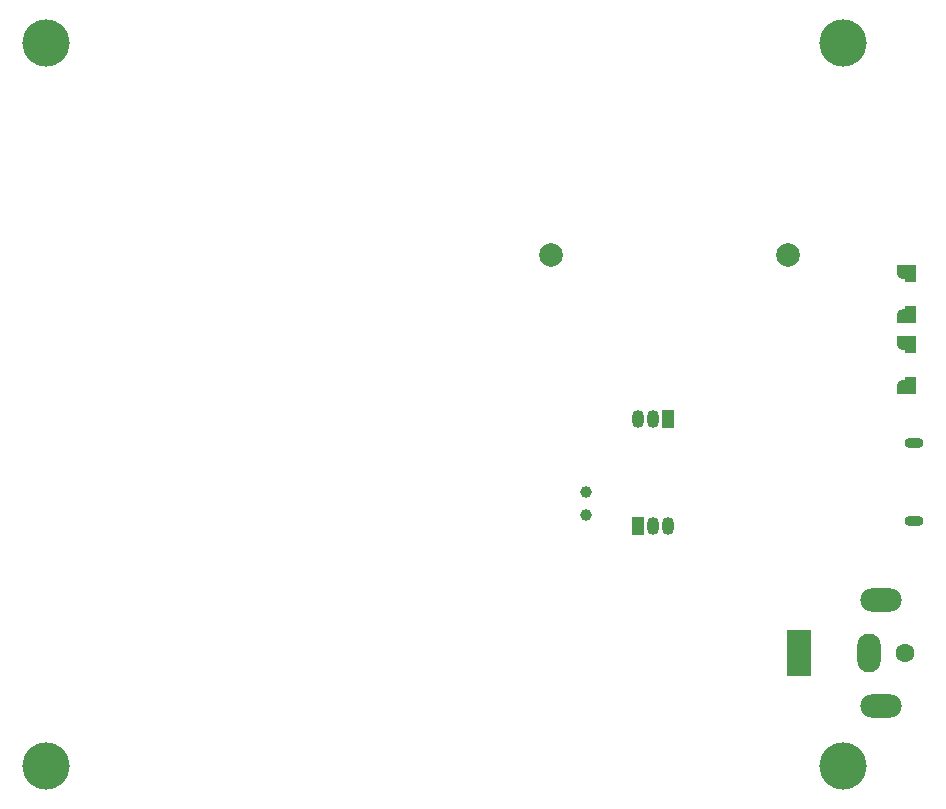
<source format=gbr>
%TF.GenerationSoftware,KiCad,Pcbnew,9.0.3*%
%TF.CreationDate,2025-08-19T04:28:39+03:00*%
%TF.ProjectId,esp,6573702e-6b69-4636-9164-5f7063625858,rev?*%
%TF.SameCoordinates,Original*%
%TF.FileFunction,Soldermask,Bot*%
%TF.FilePolarity,Negative*%
%FSLAX46Y46*%
G04 Gerber Fmt 4.6, Leading zero omitted, Abs format (unit mm)*
G04 Created by KiCad (PCBNEW 9.0.3) date 2025-08-19 04:28:39*
%MOMM*%
%LPD*%
G01*
G04 APERTURE LIST*
%ADD10C,0.010000*%
%ADD11C,1.000000*%
%ADD12R,1.050000X1.500000*%
%ADD13O,1.050000X1.500000*%
%ADD14O,1.600000X0.900000*%
%ADD15C,2.000000*%
%ADD16C,4.000000*%
%ADD17C,1.600000*%
%ADD18R,2.000000X4.000000*%
%ADD19O,2.000000X3.300000*%
%ADD20O,3.500000X2.000000*%
G04 APERTURE END LIST*
D10*
%TO.C,S1*%
X118087500Y-66700000D02*
X117237500Y-66700000D01*
X117237500Y-66425000D01*
X117037500Y-66425000D01*
X117011500Y-66424000D01*
X116985500Y-66422000D01*
X116959500Y-66419000D01*
X116933500Y-66414000D01*
X116908500Y-66408000D01*
X116882500Y-66401000D01*
X116858500Y-66392000D01*
X116834500Y-66382000D01*
X116810500Y-66371000D01*
X116787500Y-66358000D01*
X116765500Y-66344000D01*
X116743500Y-66330000D01*
X116722500Y-66314000D01*
X116702500Y-66297000D01*
X116683500Y-66279000D01*
X116665500Y-66260000D01*
X116648500Y-66240000D01*
X116632500Y-66219000D01*
X116618500Y-66197000D01*
X116604500Y-66175000D01*
X116591500Y-66152000D01*
X116580500Y-66128000D01*
X116570500Y-66104000D01*
X116561500Y-66080000D01*
X116554500Y-66054000D01*
X116548500Y-66029000D01*
X116543500Y-66003000D01*
X116540500Y-65977000D01*
X116538500Y-65951000D01*
X116537500Y-65925000D01*
X116537500Y-65350000D01*
X118087500Y-65350000D01*
X118087500Y-66700000D01*
G36*
X118087500Y-66700000D02*
G01*
X117237500Y-66700000D01*
X117237500Y-66425000D01*
X117037500Y-66425000D01*
X117011500Y-66424000D01*
X116985500Y-66422000D01*
X116959500Y-66419000D01*
X116933500Y-66414000D01*
X116908500Y-66408000D01*
X116882500Y-66401000D01*
X116858500Y-66392000D01*
X116834500Y-66382000D01*
X116810500Y-66371000D01*
X116787500Y-66358000D01*
X116765500Y-66344000D01*
X116743500Y-66330000D01*
X116722500Y-66314000D01*
X116702500Y-66297000D01*
X116683500Y-66279000D01*
X116665500Y-66260000D01*
X116648500Y-66240000D01*
X116632500Y-66219000D01*
X116618500Y-66197000D01*
X116604500Y-66175000D01*
X116591500Y-66152000D01*
X116580500Y-66128000D01*
X116570500Y-66104000D01*
X116561500Y-66080000D01*
X116554500Y-66054000D01*
X116548500Y-66029000D01*
X116543500Y-66003000D01*
X116540500Y-65977000D01*
X116538500Y-65951000D01*
X116537500Y-65925000D01*
X116537500Y-65350000D01*
X118087500Y-65350000D01*
X118087500Y-66700000D01*
G37*
X118087500Y-70150000D02*
X116537500Y-70150000D01*
X116537500Y-69575000D01*
X116538500Y-69549000D01*
X116540500Y-69523000D01*
X116543500Y-69497000D01*
X116548500Y-69471000D01*
X116554500Y-69446000D01*
X116561500Y-69420000D01*
X116570500Y-69396000D01*
X116580500Y-69372000D01*
X116591500Y-69348000D01*
X116604500Y-69325000D01*
X116618500Y-69303000D01*
X116632500Y-69281000D01*
X116648500Y-69260000D01*
X116665500Y-69240000D01*
X116683500Y-69221000D01*
X116702500Y-69203000D01*
X116722500Y-69186000D01*
X116743500Y-69170000D01*
X116765500Y-69156000D01*
X116787500Y-69142000D01*
X116810500Y-69129000D01*
X116834500Y-69118000D01*
X116858500Y-69108000D01*
X116882500Y-69099000D01*
X116908500Y-69092000D01*
X116933500Y-69086000D01*
X116959500Y-69081000D01*
X116985500Y-69078000D01*
X117011500Y-69076000D01*
X117037500Y-69075000D01*
X117237500Y-69075000D01*
X117237500Y-68800000D01*
X118087500Y-68800000D01*
X118087500Y-70150000D01*
G36*
X118087500Y-70150000D02*
G01*
X116537500Y-70150000D01*
X116537500Y-69575000D01*
X116538500Y-69549000D01*
X116540500Y-69523000D01*
X116543500Y-69497000D01*
X116548500Y-69471000D01*
X116554500Y-69446000D01*
X116561500Y-69420000D01*
X116570500Y-69396000D01*
X116580500Y-69372000D01*
X116591500Y-69348000D01*
X116604500Y-69325000D01*
X116618500Y-69303000D01*
X116632500Y-69281000D01*
X116648500Y-69260000D01*
X116665500Y-69240000D01*
X116683500Y-69221000D01*
X116702500Y-69203000D01*
X116722500Y-69186000D01*
X116743500Y-69170000D01*
X116765500Y-69156000D01*
X116787500Y-69142000D01*
X116810500Y-69129000D01*
X116834500Y-69118000D01*
X116858500Y-69108000D01*
X116882500Y-69099000D01*
X116908500Y-69092000D01*
X116933500Y-69086000D01*
X116959500Y-69081000D01*
X116985500Y-69078000D01*
X117011500Y-69076000D01*
X117037500Y-69075000D01*
X117237500Y-69075000D01*
X117237500Y-68800000D01*
X118087500Y-68800000D01*
X118087500Y-70150000D01*
G37*
%TO.C,S2*%
X118087500Y-60700000D02*
X117237500Y-60700000D01*
X117237500Y-60425000D01*
X117037500Y-60425000D01*
X117011500Y-60424000D01*
X116985500Y-60422000D01*
X116959500Y-60419000D01*
X116933500Y-60414000D01*
X116908500Y-60408000D01*
X116882500Y-60401000D01*
X116858500Y-60392000D01*
X116834500Y-60382000D01*
X116810500Y-60371000D01*
X116787500Y-60358000D01*
X116765500Y-60344000D01*
X116743500Y-60330000D01*
X116722500Y-60314000D01*
X116702500Y-60297000D01*
X116683500Y-60279000D01*
X116665500Y-60260000D01*
X116648500Y-60240000D01*
X116632500Y-60219000D01*
X116618500Y-60197000D01*
X116604500Y-60175000D01*
X116591500Y-60152000D01*
X116580500Y-60128000D01*
X116570500Y-60104000D01*
X116561500Y-60080000D01*
X116554500Y-60054000D01*
X116548500Y-60029000D01*
X116543500Y-60003000D01*
X116540500Y-59977000D01*
X116538500Y-59951000D01*
X116537500Y-59925000D01*
X116537500Y-59350000D01*
X118087500Y-59350000D01*
X118087500Y-60700000D01*
G36*
X118087500Y-60700000D02*
G01*
X117237500Y-60700000D01*
X117237500Y-60425000D01*
X117037500Y-60425000D01*
X117011500Y-60424000D01*
X116985500Y-60422000D01*
X116959500Y-60419000D01*
X116933500Y-60414000D01*
X116908500Y-60408000D01*
X116882500Y-60401000D01*
X116858500Y-60392000D01*
X116834500Y-60382000D01*
X116810500Y-60371000D01*
X116787500Y-60358000D01*
X116765500Y-60344000D01*
X116743500Y-60330000D01*
X116722500Y-60314000D01*
X116702500Y-60297000D01*
X116683500Y-60279000D01*
X116665500Y-60260000D01*
X116648500Y-60240000D01*
X116632500Y-60219000D01*
X116618500Y-60197000D01*
X116604500Y-60175000D01*
X116591500Y-60152000D01*
X116580500Y-60128000D01*
X116570500Y-60104000D01*
X116561500Y-60080000D01*
X116554500Y-60054000D01*
X116548500Y-60029000D01*
X116543500Y-60003000D01*
X116540500Y-59977000D01*
X116538500Y-59951000D01*
X116537500Y-59925000D01*
X116537500Y-59350000D01*
X118087500Y-59350000D01*
X118087500Y-60700000D01*
G37*
X118087500Y-64150000D02*
X116537500Y-64150000D01*
X116537500Y-63575000D01*
X116538500Y-63549000D01*
X116540500Y-63523000D01*
X116543500Y-63497000D01*
X116548500Y-63471000D01*
X116554500Y-63446000D01*
X116561500Y-63420000D01*
X116570500Y-63396000D01*
X116580500Y-63372000D01*
X116591500Y-63348000D01*
X116604500Y-63325000D01*
X116618500Y-63303000D01*
X116632500Y-63281000D01*
X116648500Y-63260000D01*
X116665500Y-63240000D01*
X116683500Y-63221000D01*
X116702500Y-63203000D01*
X116722500Y-63186000D01*
X116743500Y-63170000D01*
X116765500Y-63156000D01*
X116787500Y-63142000D01*
X116810500Y-63129000D01*
X116834500Y-63118000D01*
X116858500Y-63108000D01*
X116882500Y-63099000D01*
X116908500Y-63092000D01*
X116933500Y-63086000D01*
X116959500Y-63081000D01*
X116985500Y-63078000D01*
X117011500Y-63076000D01*
X117037500Y-63075000D01*
X117237500Y-63075000D01*
X117237500Y-62800000D01*
X118087500Y-62800000D01*
X118087500Y-64150000D01*
G36*
X118087500Y-64150000D02*
G01*
X116537500Y-64150000D01*
X116537500Y-63575000D01*
X116538500Y-63549000D01*
X116540500Y-63523000D01*
X116543500Y-63497000D01*
X116548500Y-63471000D01*
X116554500Y-63446000D01*
X116561500Y-63420000D01*
X116570500Y-63396000D01*
X116580500Y-63372000D01*
X116591500Y-63348000D01*
X116604500Y-63325000D01*
X116618500Y-63303000D01*
X116632500Y-63281000D01*
X116648500Y-63260000D01*
X116665500Y-63240000D01*
X116683500Y-63221000D01*
X116702500Y-63203000D01*
X116722500Y-63186000D01*
X116743500Y-63170000D01*
X116765500Y-63156000D01*
X116787500Y-63142000D01*
X116810500Y-63129000D01*
X116834500Y-63118000D01*
X116858500Y-63108000D01*
X116882500Y-63099000D01*
X116908500Y-63092000D01*
X116933500Y-63086000D01*
X116959500Y-63081000D01*
X116985500Y-63078000D01*
X117011500Y-63076000D01*
X117037500Y-63075000D01*
X117237500Y-63075000D01*
X117237500Y-62800000D01*
X118087500Y-62800000D01*
X118087500Y-64150000D01*
G37*
%TD*%
D11*
%TO.C,Y1*%
X90200000Y-80450000D03*
X90200000Y-78550000D03*
%TD*%
D12*
%TO.C,Q1*%
X94600000Y-81460000D03*
D13*
X95870000Y-81460000D03*
X97140000Y-81460000D03*
%TD*%
D14*
%TO.C,J2*%
X118000000Y-81000000D03*
X118000000Y-74400000D03*
%TD*%
D15*
%TO.C,bat_3v1*%
X87275062Y-58500000D03*
X107275062Y-58500000D03*
%TD*%
D16*
%TO.C,HO1*%
X44500000Y-101750000D03*
%TD*%
%TO.C,HO2*%
X112000000Y-101750000D03*
%TD*%
D17*
%TO.C,J1*%
X117200000Y-92200000D03*
D18*
X108200000Y-92200000D03*
D19*
X114200000Y-92200000D03*
D20*
X115200000Y-96700000D03*
X115200000Y-87700000D03*
%TD*%
D16*
%TO.C,HO4*%
X112000000Y-40500000D03*
%TD*%
D12*
%TO.C,Q2*%
X97140000Y-72340000D03*
D13*
X95870000Y-72340000D03*
X94600000Y-72340000D03*
%TD*%
D16*
%TO.C,HO3*%
X44500000Y-40500000D03*
%TD*%
M02*

</source>
